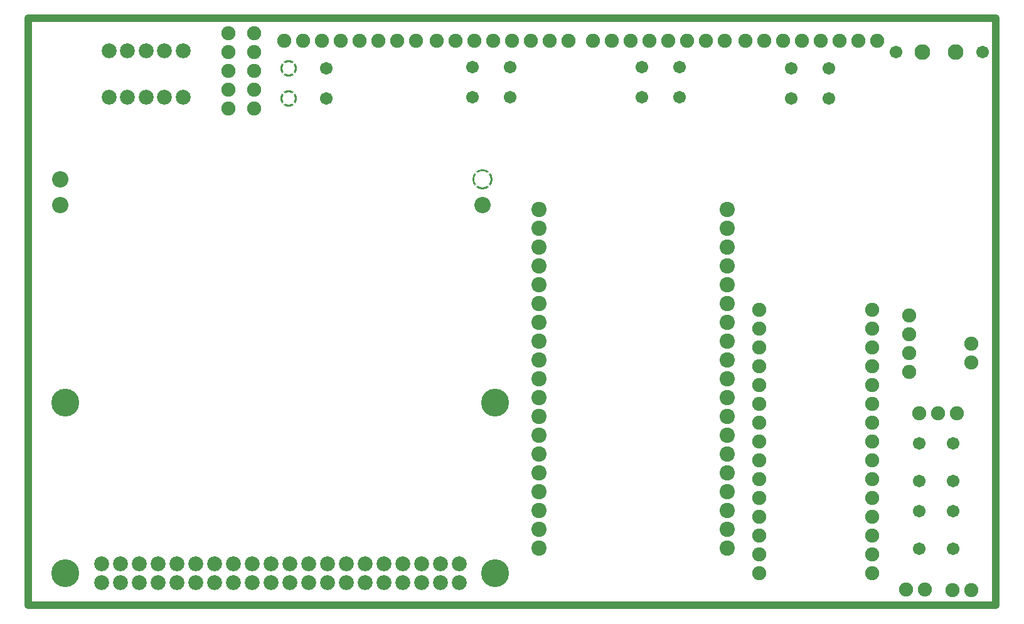
<source format=gbr>
%TF.GenerationSoftware,Altium Limited,Altium Designer,25.1.2 (22)*%
G04 Layer_Physical_Order=3*
G04 Layer_Color=128*
%FSLAX45Y45*%
%MOMM*%
%TF.SameCoordinates,50AF8CB0-8788-4631-97D4-B92DF93AA5B5*%
%TF.FilePolarity,Negative*%
%TF.FileFunction,Copper,L3,Inr,Plane*%
%TF.Part,Single*%
G01*
G75*
%TA.AperFunction,NonConductor*%
%ADD37C,1.01600*%
%TA.AperFunction,ComponentPad*%
%ADD39C,1.91600*%
%ADD40C,1.71600*%
%ADD41C,2.11600*%
%ADD42C,2.05600*%
%ADD44C,2.01600*%
%ADD46C,3.76600*%
G04:AMPARAMS|DCode=47|XSize=2.724mm|YSize=2.724mm|CornerRadius=0mm|HoleSize=0mm|Usage=FLASHONLY|Rotation=0.000|XOffset=0mm|YOffset=0mm|HoleType=Round|Shape=Relief|Width=0.254mm|Gap=0.254mm|Entries=4|*
%AMTHD47*
7,0,0,2.72400,2.21600,0.25400,45*
%
%ADD47THD47*%
%ADD48C,2.21600*%
G04:AMPARAMS|DCode=49|XSize=2.224mm|YSize=2.224mm|CornerRadius=0mm|HoleSize=0mm|Usage=FLASHONLY|Rotation=0.000|XOffset=0mm|YOffset=0mm|HoleType=Round|Shape=Relief|Width=0.254mm|Gap=0.254mm|Entries=4|*
%AMTHD49*
7,0,0,2.22400,1.71600,0.25400,45*
%
%ADD49THD49*%
D37*
X2540000Y4775200D02*
Y12700000D01*
X15595599D01*
Y4775200D02*
Y12700000D01*
X2540000Y4775200D02*
X15595599D01*
D39*
X15265401Y8051800D02*
D03*
Y8305800D02*
D03*
X5588000Y11480800D02*
D03*
Y11734800D02*
D03*
Y11988800D02*
D03*
Y12242800D02*
D03*
Y12496800D02*
D03*
X5245100Y11480800D02*
D03*
Y11734800D02*
D03*
Y11988800D02*
D03*
Y12242800D02*
D03*
Y12496800D02*
D03*
X14389101Y4991100D02*
D03*
X14643100D02*
D03*
X15011400Y4978400D02*
D03*
X15265401D02*
D03*
X12407900Y5207000D02*
D03*
Y5461000D02*
D03*
Y5715000D02*
D03*
Y5969000D02*
D03*
Y6223000D02*
D03*
Y6477000D02*
D03*
Y6731000D02*
D03*
Y6985000D02*
D03*
Y7239000D02*
D03*
Y7493000D02*
D03*
Y7747000D02*
D03*
Y8001000D02*
D03*
Y8255000D02*
D03*
Y8509000D02*
D03*
Y8763000D02*
D03*
X13931900D02*
D03*
Y8509000D02*
D03*
Y8255000D02*
D03*
Y8001000D02*
D03*
Y7747000D02*
D03*
Y7493000D02*
D03*
Y7239000D02*
D03*
Y6985000D02*
D03*
Y6731000D02*
D03*
Y6477000D02*
D03*
Y6223000D02*
D03*
Y5969000D02*
D03*
Y5715000D02*
D03*
Y5461000D02*
D03*
Y5207000D02*
D03*
X13995399Y12395200D02*
D03*
X13741400D02*
D03*
X13487399D02*
D03*
X13233400D02*
D03*
X12979401D02*
D03*
X12725400D02*
D03*
X12471400D02*
D03*
X12217400D02*
D03*
X11938000D02*
D03*
X11684000D02*
D03*
X11430000D02*
D03*
X11176000D02*
D03*
X10922000D02*
D03*
X10668000D02*
D03*
X10414000D02*
D03*
X10160000D02*
D03*
X9829800D02*
D03*
X9575800D02*
D03*
X9321800D02*
D03*
X9067800D02*
D03*
X8813800D02*
D03*
X8559800D02*
D03*
X8305800D02*
D03*
X8051800D02*
D03*
X7772400D02*
D03*
X7518400D02*
D03*
X7264400D02*
D03*
X7010400D02*
D03*
X6756400D02*
D03*
X6502400D02*
D03*
X6248400D02*
D03*
X5994400D02*
D03*
X14566901Y7366000D02*
D03*
X14820900D02*
D03*
X15074899D02*
D03*
X14427200Y8686800D02*
D03*
Y8432800D02*
D03*
Y8178800D02*
D03*
Y7924800D02*
D03*
D40*
X13347701Y12026900D02*
D03*
X12839700D02*
D03*
Y11620500D02*
D03*
X13347701D02*
D03*
X6565900Y12026900D02*
D03*
Y11620500D02*
D03*
X10820400Y12039600D02*
D03*
X11328400D02*
D03*
X10820400Y11633200D02*
D03*
X11328400D02*
D03*
X14566901Y5537200D02*
D03*
Y6045200D02*
D03*
Y6451600D02*
D03*
Y6959600D02*
D03*
X15024100Y5537200D02*
D03*
Y6045200D02*
D03*
Y6451600D02*
D03*
Y6959600D02*
D03*
X14248599Y12242800D02*
D03*
X15418600D02*
D03*
X8534400Y12039600D02*
D03*
X9042400D02*
D03*
X8534400Y11633200D02*
D03*
X9042400D02*
D03*
D41*
X14608600Y12242800D02*
D03*
X15058600D02*
D03*
D42*
X11976100Y5549900D02*
D03*
Y5803900D02*
D03*
Y10121900D02*
D03*
Y6057900D02*
D03*
Y6311900D02*
D03*
Y6565900D02*
D03*
Y6819900D02*
D03*
Y7073900D02*
D03*
Y7327900D02*
D03*
Y7581900D02*
D03*
Y7835900D02*
D03*
Y8089900D02*
D03*
Y8343900D02*
D03*
Y8597900D02*
D03*
Y8851900D02*
D03*
Y9105900D02*
D03*
Y9359900D02*
D03*
Y9613900D02*
D03*
Y9867900D02*
D03*
X9436100Y5549900D02*
D03*
Y5803900D02*
D03*
Y6057900D02*
D03*
Y6311900D02*
D03*
Y6565900D02*
D03*
Y6819900D02*
D03*
Y7073900D02*
D03*
Y7327900D02*
D03*
Y7581900D02*
D03*
Y7835900D02*
D03*
Y8089900D02*
D03*
Y8343900D02*
D03*
Y8597900D02*
D03*
Y8851900D02*
D03*
Y9105900D02*
D03*
Y9359900D02*
D03*
Y9613900D02*
D03*
Y9867900D02*
D03*
Y10121900D02*
D03*
D44*
X4131500Y12266300D02*
D03*
X3881500D02*
D03*
X4381500D02*
D03*
X4631500D02*
D03*
X3631500D02*
D03*
X4131500Y11633200D02*
D03*
X3881500D02*
D03*
X4381500D02*
D03*
X4631500D02*
D03*
X3631500D02*
D03*
X3530600Y5085700D02*
D03*
Y5339700D02*
D03*
X3784600Y5085700D02*
D03*
Y5339700D02*
D03*
X4038600Y5085700D02*
D03*
Y5339700D02*
D03*
X4292600Y5085700D02*
D03*
Y5339700D02*
D03*
X4546600Y5085700D02*
D03*
Y5339700D02*
D03*
X4800600Y5085700D02*
D03*
Y5339700D02*
D03*
X5054600Y5085700D02*
D03*
Y5339700D02*
D03*
X5308600Y5085700D02*
D03*
Y5339700D02*
D03*
X5562600Y5085700D02*
D03*
Y5339700D02*
D03*
X5816600Y5085700D02*
D03*
Y5339700D02*
D03*
X6070600Y5085700D02*
D03*
Y5339700D02*
D03*
X6324600Y5085700D02*
D03*
Y5339700D02*
D03*
X6578600Y5085700D02*
D03*
Y5339700D02*
D03*
X6832600Y5085700D02*
D03*
Y5339700D02*
D03*
X7086600Y5085700D02*
D03*
Y5339700D02*
D03*
X7340600Y5085700D02*
D03*
Y5339700D02*
D03*
X7594600Y5085700D02*
D03*
Y5339700D02*
D03*
X7848600Y5085700D02*
D03*
Y5339700D02*
D03*
X8102600Y5085700D02*
D03*
Y5339700D02*
D03*
X8356600Y5085700D02*
D03*
Y5339700D02*
D03*
D46*
X3043600Y5212700D02*
D03*
Y7512700D02*
D03*
X8843600Y5212700D02*
D03*
Y7512700D02*
D03*
D47*
X8674100Y10528300D02*
D03*
D48*
Y10178300D02*
D03*
X2971800D02*
D03*
Y10528300D02*
D03*
D49*
X6057900Y12026900D02*
D03*
Y11620500D02*
D03*
%TF.MD5,ad7e6b27813afd84eb275d9044b184b7*%
M02*

</source>
